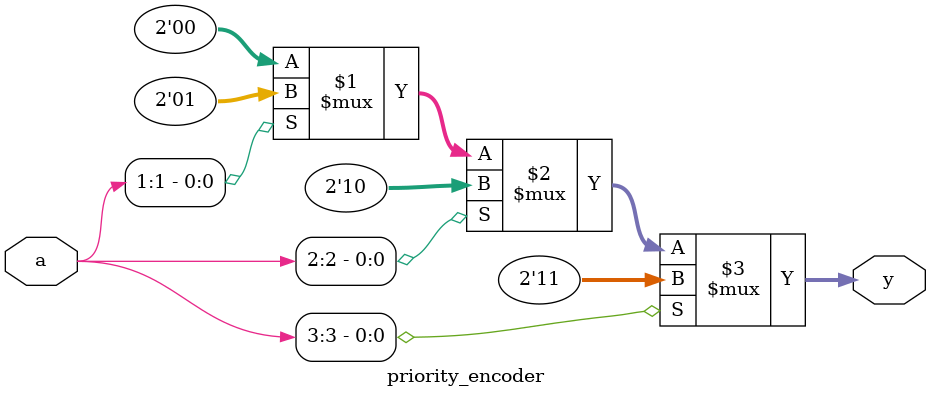
<source format=v>
module priority_encoder(input [3:0]a,output [1:0]y);

assign y[1:0]= (a[3])?2'b11:
               (a[2])?2'b10:
               (a[1])?2'b01:
	                    2'b00;
endmodule

</source>
